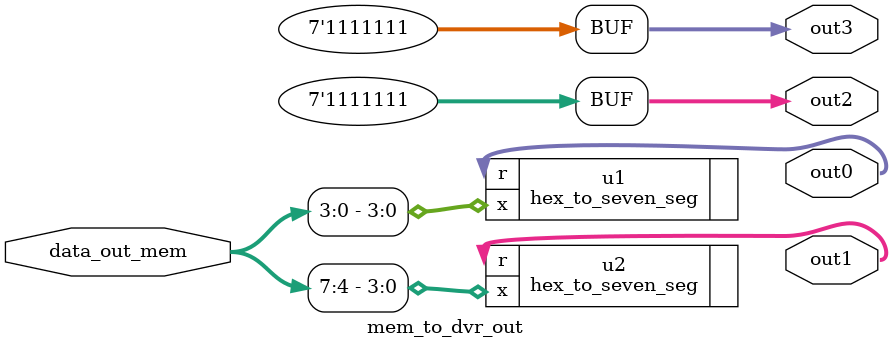
<source format=v>
`timescale 1ns / 1ps
module mem_to_dvr_out(
input[7:0] data_out_mem,
output[6:0] out0,
output[6:0] out1,
output[6:0] out2,
output[6:0] out3
    );
    
    hex_to_seven_seg u1(.x(data_out_mem[3:0]), .r(out0));
    hex_to_seven_seg u2(.x(data_out_mem[7:4]), .r(out1));
    assign out2 = 7'b1111111;
    assign out3 = 7'b1111111;   
endmodule

</source>
